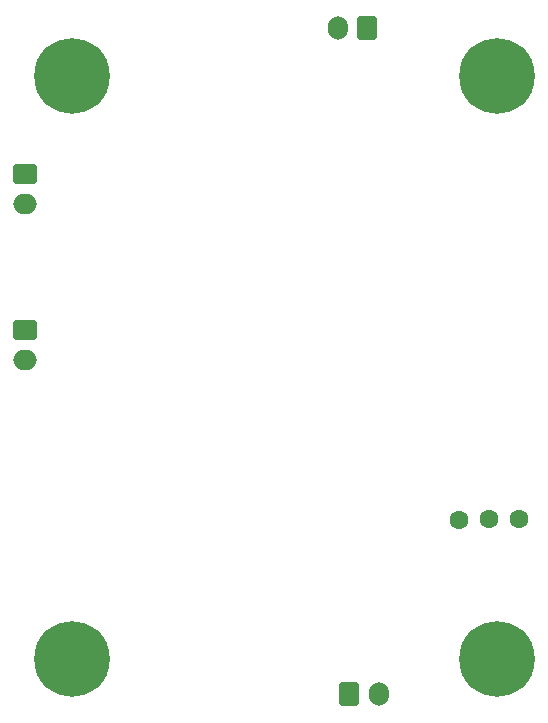
<source format=gbr>
%TF.GenerationSoftware,KiCad,Pcbnew,9.0.4*%
%TF.CreationDate,2025-11-05T15:34:37+01:00*%
%TF.ProjectId,FliperKAd,466c6970-6572-44b4-9164-2e6b69636164,rev?*%
%TF.SameCoordinates,Original*%
%TF.FileFunction,Soldermask,Bot*%
%TF.FilePolarity,Negative*%
%FSLAX46Y46*%
G04 Gerber Fmt 4.6, Leading zero omitted, Abs format (unit mm)*
G04 Created by KiCad (PCBNEW 9.0.4) date 2025-11-05 15:34:37*
%MOMM*%
%LPD*%
G01*
G04 APERTURE LIST*
G04 Aperture macros list*
%AMRoundRect*
0 Rectangle with rounded corners*
0 $1 Rounding radius*
0 $2 $3 $4 $5 $6 $7 $8 $9 X,Y pos of 4 corners*
0 Add a 4 corners polygon primitive as box body*
4,1,4,$2,$3,$4,$5,$6,$7,$8,$9,$2,$3,0*
0 Add four circle primitives for the rounded corners*
1,1,$1+$1,$2,$3*
1,1,$1+$1,$4,$5*
1,1,$1+$1,$6,$7*
1,1,$1+$1,$8,$9*
0 Add four rect primitives between the rounded corners*
20,1,$1+$1,$2,$3,$4,$5,0*
20,1,$1+$1,$4,$5,$6,$7,0*
20,1,$1+$1,$6,$7,$8,$9,0*
20,1,$1+$1,$8,$9,$2,$3,0*%
G04 Aperture macros list end*
%ADD10C,0.800000*%
%ADD11C,6.400000*%
%ADD12RoundRect,0.250000X-0.600000X-0.750000X0.600000X-0.750000X0.600000X0.750000X-0.600000X0.750000X0*%
%ADD13O,1.700000X2.000000*%
%ADD14RoundRect,0.250000X-0.750000X0.600000X-0.750000X-0.600000X0.750000X-0.600000X0.750000X0.600000X0*%
%ADD15O,2.000000X1.700000*%
%ADD16RoundRect,0.800000X0.000010X0.000010X-0.000010X0.000010X-0.000010X-0.000010X0.000010X-0.000010X0*%
%ADD17RoundRect,0.250000X0.600000X0.750000X-0.600000X0.750000X-0.600000X-0.750000X0.600000X-0.750000X0*%
G04 APERTURE END LIST*
D10*
%TO.C,H1*%
X182600000Y-66900000D03*
X183302944Y-65202944D03*
X183302944Y-68597056D03*
X185000000Y-64500000D03*
D11*
X185000000Y-66900000D03*
D10*
X185000000Y-69300000D03*
X186697056Y-65202944D03*
X186697056Y-68597056D03*
X187400000Y-66900000D03*
%TD*%
D12*
%TO.C,J5*%
X208500000Y-119250000D03*
D13*
X211000000Y-119250000D03*
%TD*%
D10*
%TO.C,H2*%
X218600000Y-66900000D03*
X219302944Y-65202944D03*
X219302944Y-68597056D03*
X221000000Y-64500000D03*
D11*
X221000000Y-66900000D03*
D10*
X221000000Y-69300000D03*
X222697056Y-65202944D03*
X222697056Y-68597056D03*
X223400000Y-66900000D03*
%TD*%
D14*
%TO.C,J3*%
X181025000Y-75250000D03*
D15*
X181025000Y-77750000D03*
%TD*%
D10*
%TO.C,H3*%
X218600000Y-116250000D03*
X219302944Y-114552944D03*
X219302944Y-117947056D03*
X221000000Y-113850000D03*
D11*
X221000000Y-116250000D03*
D10*
X221000000Y-118650000D03*
X222697056Y-114552944D03*
X222697056Y-117947056D03*
X223400000Y-116250000D03*
%TD*%
D16*
%TO.C,U5*%
X217750000Y-104480000D03*
X220295000Y-104470000D03*
X222850000Y-104470000D03*
%TD*%
D10*
%TO.C,H4*%
X182600000Y-116250000D03*
X183302944Y-114552944D03*
X183302944Y-117947056D03*
X185000000Y-113850000D03*
D11*
X185000000Y-116250000D03*
D10*
X185000000Y-118650000D03*
X186697056Y-114552944D03*
X186697056Y-117947056D03*
X187400000Y-116250000D03*
%TD*%
D17*
%TO.C,J1*%
X210000000Y-62900000D03*
D13*
X207500000Y-62900000D03*
%TD*%
D14*
%TO.C,J4*%
X181025000Y-88450000D03*
D15*
X181025000Y-90950000D03*
%TD*%
M02*

</source>
